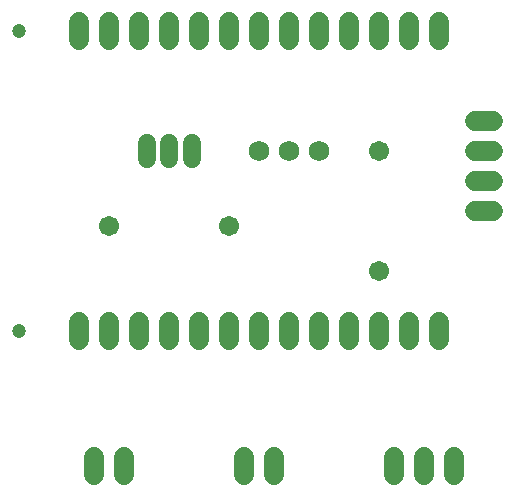
<source format=gbr>
G04 EAGLE Gerber RS-274X export*
G75*
%MOMM*%
%FSLAX34Y34*%
%LPD*%
%INSoldermask Top*%
%IPPOS*%
%AMOC8*
5,1,8,0,0,1.08239X$1,22.5*%
G01*
%ADD10C,1.203200*%
%ADD11C,1.727200*%
%ADD12C,1.727200*%
%ADD13C,1.703200*%
%ADD14C,1.511200*%


D10*
X12700Y165100D03*
X12700Y419100D03*
D11*
X266700Y317500D03*
X241300Y317500D03*
X215900Y317500D03*
D12*
X63500Y172720D02*
X63500Y157480D01*
X88900Y157480D02*
X88900Y172720D01*
X114300Y172720D02*
X114300Y157480D01*
X139700Y157480D02*
X139700Y172720D01*
X165100Y172720D02*
X165100Y157480D01*
X190500Y157480D02*
X190500Y172720D01*
X215900Y172720D02*
X215900Y157480D01*
X241300Y157480D02*
X241300Y172720D01*
X266700Y172720D02*
X266700Y157480D01*
X292100Y157480D02*
X292100Y172720D01*
X317500Y172720D02*
X317500Y157480D01*
X342900Y157480D02*
X342900Y172720D01*
X368300Y172720D02*
X368300Y157480D01*
X63500Y411480D02*
X63500Y426720D01*
X88900Y426720D02*
X88900Y411480D01*
X114300Y411480D02*
X114300Y426720D01*
X139700Y426720D02*
X139700Y411480D01*
X165100Y411480D02*
X165100Y426720D01*
X190500Y426720D02*
X190500Y411480D01*
X215900Y411480D02*
X215900Y426720D01*
X241300Y426720D02*
X241300Y411480D01*
X266700Y411480D02*
X266700Y426720D01*
X292100Y426720D02*
X292100Y411480D01*
X317500Y411480D02*
X317500Y426720D01*
X342900Y426720D02*
X342900Y411480D01*
X368300Y411480D02*
X368300Y426720D01*
D13*
X88900Y254000D03*
X190500Y254000D03*
D14*
X139700Y310960D02*
X139700Y324040D01*
X120650Y324040D02*
X120650Y310960D01*
X158750Y310960D02*
X158750Y324040D01*
D13*
X317500Y317500D03*
X317500Y215900D03*
D12*
X381000Y58420D02*
X381000Y43180D01*
X355600Y43180D02*
X355600Y58420D01*
X330200Y58420D02*
X330200Y43180D01*
X228600Y43180D02*
X228600Y58420D01*
X203200Y58420D02*
X203200Y43180D01*
X101600Y43180D02*
X101600Y58420D01*
X76200Y58420D02*
X76200Y43180D01*
X398780Y292100D02*
X414020Y292100D01*
X414020Y317500D02*
X398780Y317500D01*
X398780Y342900D02*
X414020Y342900D01*
X414020Y266700D02*
X398780Y266700D01*
M02*

</source>
